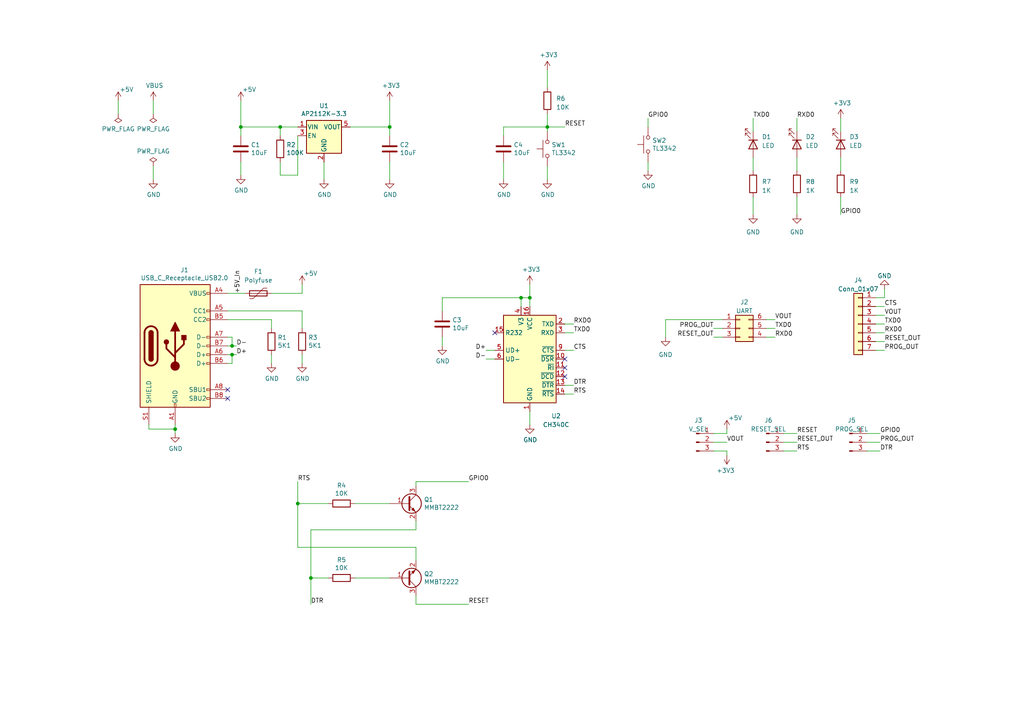
<source format=kicad_sch>
(kicad_sch (version 20230121) (generator eeschema)
  (paper "A4")
  (title_block (title "SmartishUart") (date "2020-11-03") (rev "${version_name}"))
  (lib_symbols
    (symbol "Connector:Conn_01x03_Pin" (pin_names (offset 1.016) hide)
      (property "Reference" "J" (at 0 5.08 0))
      (property "Value" "Conn_01x03_Pin" (at 0 -5.08 0))
      (symbol "Conn_01x03_Pin_1_1"
        (polyline (pts (xy 1.27 -2.54) (xy 0.8636 -2.54)) (stroke (width 0.1524)))
        (polyline (pts (xy 1.27 0) (xy 0.8636 0)) (stroke (width 0.1524)))
        (polyline (pts (xy 1.27 2.54) (xy 0.8636 2.54)) (stroke (width 0.1524)))
        (rectangle (start 0.8636 -2.413) (end 0 -2.667) (stroke (width 0.1524)) (fill (type outline)))
        (rectangle (start 0.8636 0.127) (end 0 -0.127) (stroke (width 0.1524)) (fill (type outline)))
        (rectangle (start 0.8636 2.667) (end 0 2.413) (stroke (width 0.1524)) (fill (type outline)))
        (pin passive line (at 5.08 2.54 180) (length 3.81) (name "Pin_1") (number "1"))
        (pin passive line (at 5.08 0 180) (length 3.81) (name "Pin_2") (number "2"))
        (pin passive line (at 5.08 -2.54 180) (length 3.81) (name "Pin_3") (number "3"))
      )
    )
    (symbol "Connector:USB_C_Receptacle_USB2.0" (pin_names (offset 1.016))
      (property "Reference" "J" (at -10.16 19.05 0))
      (property "Value" "USB_C_Receptacle_USB2.0" (at 19.05 19.05 0))
      (symbol "USB_C_Receptacle_USB2.0_0_0"
        (rectangle (start -0.254 -17.78) (end 0.254 -16.764))
        (rectangle (start 10.16 -14.986) (end 9.144 -15.494))
        (rectangle (start 10.16 -12.446) (end 9.144 -12.954))
        (rectangle (start 10.16 -4.826) (end 9.144 -5.334))
        (rectangle (start 10.16 -2.286) (end 9.144 -2.794))
        (rectangle (start 10.16 0.254) (end 9.144 -0.254))
        (rectangle (start 10.16 2.794) (end 9.144 2.286))
        (rectangle (start 10.16 7.874) (end 9.144 7.366))
        (rectangle (start 10.16 10.414) (end 9.144 9.906))
        (rectangle (start 10.16 15.494) (end 9.144 14.986))
      )
      (symbol "USB_C_Receptacle_USB2.0_0_1"
        (rectangle (start -10.16 17.78) (end 10.16 -17.78) (stroke (width 0.254)) (fill (type background)))
        (arc (start -8.89 -3.81) (mid -6.985 -5.7067) (end -5.08 -3.81) (stroke (width 0.508)))
        (arc (start -7.62 -3.81) (mid -6.985 -4.4423) (end -6.35 -3.81) (stroke (width 0.254)))
        (arc (start -7.62 -3.81) (mid -6.985 -4.4423) (end -6.35 -3.81) (stroke (width 0.254)) (fill (type outline)))
        (rectangle (start -7.62 -3.81) (end -6.35 3.81) (stroke (width 0.254)) (fill (type outline)))
        (arc (start -6.35 3.81) (mid -6.985 4.4423) (end -7.62 3.81) (stroke (width 0.254)))
        (arc (start -6.35 3.81) (mid -6.985 4.4423) (end -7.62 3.81) (stroke (width 0.254)) (fill (type outline)))
        (arc (start -5.08 3.81) (mid -6.985 5.7067) (end -8.89 3.81) (stroke (width 0.508)))
        (circle (center -2.54 1.143) (radius 0.635) (stroke (width 0.254)) (fill (type outline)))
        (circle (center 0 -5.842) (radius 1.27) (fill (type outline)))
        (polyline (pts (xy -8.89 -3.81) (xy -8.89 3.81)) (stroke (width 0.508)))
        (polyline (pts (xy -5.08 3.81) (xy -5.08 -3.81)) (stroke (width 0.508)))
        (polyline (pts (xy 0 -5.842) (xy 0 4.318)) (stroke (width 0.508)))
        (polyline (pts (xy 0 -3.302) (xy -2.54 -0.762) (xy -2.54 0.508)) (stroke (width 0.508)))
        (polyline (pts (xy 0 -2.032) (xy 2.54 0.508) (xy 2.54 1.778)) (stroke (width 0.508)))
        (polyline (pts (xy -1.27 4.318) (xy 0 6.858) (xy 1.27 4.318) (xy -1.27 4.318)) (stroke (width 0.254)) (fill (type outline)))
        (rectangle (start 1.905 1.778) (end 3.175 3.048) (stroke (width 0.254)) (fill (type outline)))
      )
      (symbol "USB_C_Receptacle_USB2.0_1_1"
        (pin passive line (at 0 -22.86 90) (length 5.08) (name "GND") (number "A1"))
        (pin passive line (at 0 -22.86 90) (length 5.08) hide (name "GND") (number "A12"))
        (pin passive line (at 15.24 15.24 180) (length 5.08) (name "VBUS") (number "A4"))
        (pin bidirectional line (at 15.24 10.16 180) (length 5.08) (name "CC1") (number "A5"))
        (pin bidirectional line (at 15.24 -2.54 180) (length 5.08) (name "D+") (number "A6"))
        (pin bidirectional line (at 15.24 2.54 180) (length 5.08) (name "D-") (number "A7"))
        (pin bidirectional line (at 15.24 -12.7 180) (length 5.08) (name "SBU1") (number "A8"))
        (pin passive line (at 15.24 15.24 180) (length 5.08) hide (name "VBUS") (number "A9"))
        (pin passive line (at 0 -22.86 90) (length 5.08) hide (name "GND") (number "B1"))
        (pin passive line (at 0 -22.86 90) (length 5.08) hide (name "GND") (number "B12"))
        (pin passive line (at 15.24 15.24 180) (length 5.08) hide (name "VBUS") (number "B4"))
        (pin bidirectional line (at 15.24 7.62 180) (length 5.08) (name "CC2") (number "B5"))
        (pin bidirectional line (at 15.24 -5.08 180) (length 5.08) (name "D+") (number "B6"))
        (pin bidirectional line (at 15.24 0 180) (length 5.08) (name "D-") (number "B7"))
        (pin bidirectional line (at 15.24 -15.24 180) (length 5.08) (name "SBU2") (number "B8"))
        (pin passive line (at 15.24 15.24 180) (length 5.08) hide (name "VBUS") (number "B9"))
        (pin passive line (at -7.62 -22.86 90) (length 5.08) (name "SHIELD") (number "S1"))
      )
    )
    (symbol "Connector_Generic:Conn_01x07" (pin_names (offset 1.016) hide)
      (property "Reference" "J" (at 0 10.16 0))
      (property "Value" "Conn_01x07" (at 0 -10.16 0))
      (symbol "Conn_01x07_1_1"
        (rectangle (start -1.27 -7.493) (end 0 -7.747) (stroke (width 0.1524)))
        (rectangle (start -1.27 -4.953) (end 0 -5.207) (stroke (width 0.1524)))
        (rectangle (start -1.27 -2.413) (end 0 -2.667) (stroke (width 0.1524)))
        (rectangle (start -1.27 0.127) (end 0 -0.127) (stroke (width 0.1524)))
        (rectangle (start -1.27 2.667) (end 0 2.413) (stroke (width 0.1524)))
        (rectangle (start -1.27 5.207) (end 0 4.953) (stroke (width 0.1524)))
        (rectangle (start -1.27 7.747) (end 0 7.493) (stroke (width 0.1524)))
        (rectangle (start -1.27 8.89) (end 1.27 -8.89) (stroke (width 0.254)) (fill (type background)))
        (pin passive line (at -5.08 7.62 0) (length 3.81) (name "Pin_1") (number "1"))
        (pin passive line (at -5.08 5.08 0) (length 3.81) (name "Pin_2") (number "2"))
        (pin passive line (at -5.08 2.54 0) (length 3.81) (name "Pin_3") (number "3"))
        (pin passive line (at -5.08 0 0) (length 3.81) (name "Pin_4") (number "4"))
        (pin passive line (at -5.08 -2.54 0) (length 3.81) (name "Pin_5") (number "5"))
        (pin passive line (at -5.08 -5.08 0) (length 3.81) (name "Pin_6") (number "6"))
        (pin passive line (at -5.08 -7.62 0) (length 3.81) (name "Pin_7") (number "7"))
      )
    )
    (symbol "Connector_Generic:Conn_02x03_Counter_Clockwise" (pin_names (offset 1.016) hide)
      (property "Reference" "J" (at 1.27 5.08 0))
      (property "Value" "Conn_02x03_Counter_Clockwise" (at 1.27 -5.08 0))
      (symbol "Conn_02x03_Counter_Clockwise_1_1"
        (rectangle (start -1.27 -2.413) (end 0 -2.667) (stroke (width 0.1524)))
        (rectangle (start -1.27 0.127) (end 0 -0.127) (stroke (width 0.1524)))
        (rectangle (start -1.27 2.667) (end 0 2.413) (stroke (width 0.1524)))
        (rectangle (start -1.27 3.81) (end 3.81 -3.81) (stroke (width 0.254)) (fill (type background)))
        (rectangle (start 3.81 -2.413) (end 2.54 -2.667) (stroke (width 0.1524)))
        (rectangle (start 3.81 0.127) (end 2.54 -0.127) (stroke (width 0.1524)))
        (rectangle (start 3.81 2.667) (end 2.54 2.413) (stroke (width 0.1524)))
        (pin passive line (at -5.08 2.54 0) (length 3.81) (name "Pin_1") (number "1"))
        (pin passive line (at -5.08 0 0) (length 3.81) (name "Pin_2") (number "2"))
        (pin passive line (at -5.08 -2.54 0) (length 3.81) (name "Pin_3") (number "3"))
        (pin passive line (at 7.62 -2.54 180) (length 3.81) (name "Pin_4") (number "4"))
        (pin passive line (at 7.62 0 180) (length 3.81) (name "Pin_5") (number "5"))
        (pin passive line (at 7.62 2.54 180) (length 3.81) (name "Pin_6") (number "6"))
      )
    )
    (symbol "Device:C" (pin_numbers hide) (pin_names (offset 0.254))
      (property "Reference" "C" (at 0.635 2.54 0))
      (property "Value" "C" (at 0.635 -2.54 0))
      (symbol "C_0_1"
        (polyline (pts (xy -2.032 -0.762) (xy 2.032 -0.762)) (stroke (width 0.508)))
        (polyline (pts (xy -2.032 0.762) (xy 2.032 0.762)) (stroke (width 0.508)))
      )
      (symbol "C_1_1"
        (pin passive line (at 0 3.81 270) (length 2.794) (name "~") (number "1"))
        (pin passive line (at 0 -3.81 90) (length 2.794) (name "~") (number "2"))
      )
    )
    (symbol "Device:LED" (pin_numbers hide) (pin_names (offset 1.016) hide)
      (property "Reference" "D" (at 0 2.54 0))
      (property "Value" "LED" (at 0 -2.54 0))
      (symbol "LED_0_1"
        (polyline (pts (xy -1.27 -1.27) (xy -1.27 1.27)) (stroke (width 0.254)))
        (polyline (pts (xy -1.27 0) (xy 1.27 0)))
        (polyline (pts (xy 1.27 -1.27) (xy 1.27 1.27) (xy -1.27 0) (xy 1.27 -1.27)) (stroke (width 0.254)))
        (polyline (pts (xy -3.048 -0.762) (xy -4.572 -2.286) (xy -3.81 -2.286) (xy -4.572 -2.286) (xy -4.572 -1.524)))
        (polyline (pts (xy -1.778 -0.762) (xy -3.302 -2.286) (xy -2.54 -2.286) (xy -3.302 -2.286) (xy -3.302 -1.524)))
      )
      (symbol "LED_1_1"
        (pin passive line (at -3.81 0 0) (length 2.54) (name "K") (number "1"))
        (pin passive line (at 3.81 0 180) (length 2.54) (name "A") (number "2"))
      )
    )
    (symbol "Device:Polyfuse" (pin_numbers hide) (pin_names (offset 0))
      (property "Reference" "F" (at -2.54 0 90))
      (property "Value" "Polyfuse" (at 2.54 0 90))
      (symbol "Polyfuse_0_1"
        (rectangle (start -0.762 2.54) (end 0.762 -2.54) (stroke (width 0.254)))
        (polyline (pts (xy 0 2.54) (xy 0 -2.54)))
        (polyline (pts (xy -1.524 2.54) (xy -1.524 1.524) (xy 1.524 -1.524) (xy 1.524 -2.54)))
      )
      (symbol "Polyfuse_1_1"
        (pin passive line (at 0 3.81 270) (length 1.27) (name "~") (number "1"))
        (pin passive line (at 0 -3.81 90) (length 1.27) (name "~") (number "2"))
      )
    )
    (symbol "Device:R" (pin_numbers hide) (pin_names (offset 0))
      (property "Reference" "R" (at 2.032 0 90))
      (property "Value" "R" (at 0 0 90))
      (symbol "R_0_1"
        (rectangle (start -1.016 -2.54) (end 1.016 2.54) (stroke (width 0.254)))
      )
      (symbol "R_1_1"
        (pin passive line (at 0 3.81 270) (length 1.27) (name "~") (number "1"))
        (pin passive line (at 0 -3.81 90) (length 1.27) (name "~") (number "2"))
      )
    )
    (symbol "Interface_USB:CH340C"
      (property "Reference" "U" (at -5.08 13.97 0))
      (property "Value" "CH340C" (at 1.27 13.97 0))
      (symbol "CH340C_0_1"
        (rectangle (start -7.62 12.7) (end 7.62 -12.7) (stroke (width 0.254)) (fill (type background)))
      )
      (symbol "CH340C_1_1"
        (pin power_in line (at 0 -15.24 90) (length 2.54) (name "GND") (number "1"))
        (pin input line (at 10.16 0 180) (length 2.54) (name "~{DSR}") (number "10"))
        (pin input line (at 10.16 -2.54 180) (length 2.54) (name "~{RI}") (number "11"))
        (pin input line (at 10.16 -5.08 180) (length 2.54) (name "~{DCD}") (number "12"))
        (pin output line (at 10.16 -7.62 180) (length 2.54) (name "~{DTR}") (number "13"))
        (pin output line (at 10.16 -10.16 180) (length 2.54) (name "~{RTS}") (number "14"))
        (pin input line (at -10.16 7.62 0) (length 2.54) (name "R232") (number "15"))
        (pin power_in line (at 0 15.24 270) (length 2.54) (name "VCC") (number "16"))
        (pin output line (at 10.16 10.16 180) (length 2.54) (name "TXD") (number "2"))
        (pin input line (at 10.16 7.62 180) (length 2.54) (name "RXD") (number "3"))
        (pin passive line (at -2.54 15.24 270) (length 2.54) (name "V3") (number "4"))
        (pin bidirectional line (at -10.16 2.54 0) (length 2.54) (name "UD+") (number "5"))
        (pin bidirectional line (at -10.16 0 0) (length 2.54) (name "UD-") (number "6"))
        (pin no_connect line (at -7.62 -7.62 0) (length 2.54) hide (name "NC") (number "7"))
        (pin no_connect line (at -7.62 -10.16 0) (length 2.54) hide (name "NC") (number "8"))
        (pin input line (at 10.16 2.54 180) (length 2.54) (name "~{CTS}") (number "9"))
      )
    )
    (symbol "Regulator_Linear:AP2112K-3.3" (pin_names (offset 0.254))
      (property "Reference" "U" (at -5.08 5.715 0))
      (property "Value" "AP2112K-3.3" (at 0 5.715 0))
      (symbol "AP2112K-3.3_0_1"
        (rectangle (start -5.08 4.445) (end 5.08 -5.08) (stroke (width 0.254)) (fill (type background)))
      )
      (symbol "AP2112K-3.3_1_1"
        (pin power_in line (at -7.62 2.54 0) (length 2.54) (name "VIN") (number "1"))
        (pin power_in line (at 0 -7.62 90) (length 2.54) (name "GND") (number "2"))
        (pin input line (at -7.62 0 0) (length 2.54) (name "EN") (number "3"))
        (pin no_connect line (at 5.08 0 180) (length 2.54) hide (name "NC") (number "4"))
        (pin power_out line (at 7.62 2.54 180) (length 2.54) (name "VOUT") (number "5"))
      )
    )
    (symbol "Switch:SW_Push" (pin_numbers hide) (pin_names (offset 1.016) hide)
      (property "Reference" "SW" (at 1.27 2.54 0))
      (property "Value" "SW_Push" (at 0 -1.524 0))
      (symbol "SW_Push_0_1"
        (circle (center -2.032 0) (radius 0.508))
        (polyline (pts (xy 0 1.27) (xy 0 3.048)))
        (polyline (pts (xy 2.54 1.27) (xy -2.54 1.27)))
        (circle (center 2.032 0) (radius 0.508))
        (pin passive line (at -5.08 0 0) (length 2.54) (name "1") (number "1"))
        (pin passive line (at 5.08 0 180) (length 2.54) (name "2") (number "2"))
      )
    )
    (symbol "Transistor_BJT:MMBT3904" (pin_names (offset 0) hide)
      (property "Reference" "Q" (at 5.08 1.905 0))
      (property "Value" "MMBT3904" (at 5.08 0 0))
      (symbol "MMBT3904_0_1"
        (polyline (pts (xy 0.635 0.635) (xy 2.54 2.54)))
        (polyline (pts (xy 0.635 -0.635) (xy 2.54 -2.54) (xy 2.54 -2.54)))
        (polyline (pts (xy 0.635 1.905) (xy 0.635 -1.905) (xy 0.635 -1.905)) (stroke (width 0.508)))
        (polyline (pts (xy 1.27 -1.778) (xy 1.778 -1.27) (xy 2.286 -2.286) (xy 1.27 -1.778) (xy 1.27 -1.778)) (fill (type outline)))
        (circle (center 1.27 0) (radius 2.8194) (stroke (width 0.254)))
      )
      (symbol "MMBT3904_1_1"
        (pin input line (at -5.08 0 0) (length 5.715) (name "B") (number "1"))
        (pin passive line (at 2.54 -5.08 90) (length 2.54) (name "E") (number "2"))
        (pin passive line (at 2.54 5.08 270) (length 2.54) (name "C") (number "3"))
      )
    )
    (symbol "power:+3V3" (power) (pin_names (offset 0))
      (property "Value" "+3V3" (at 0 3.556 0))
      (symbol "+3V3_0_1"
        (polyline (pts (xy -0.762 1.27) (xy 0 2.54)))
        (polyline (pts (xy 0 0) (xy 0 2.54)))
        (polyline (pts (xy 0 2.54) (xy 0.762 1.27)))
      )
      (symbol "+3V3_1_1"
        (pin power_in line (at 0 0 90) (length 0) hide (name "+3V3") (number "1"))
      )
    )
    (symbol "power:+5V" (power) (pin_names (offset 0))
      (property "Value" "+5V" (at 0 3.556 0))
      (symbol "+5V_0_1"
        (polyline (pts (xy -0.762 1.27) (xy 0 2.54)))
        (polyline (pts (xy 0 0) (xy 0 2.54)))
        (polyline (pts (xy 0 2.54) (xy 0.762 1.27)))
      )
      (symbol "+5V_1_1"
        (pin power_in line (at 0 0 90) (length 0) hide (name "+5V") (number "1"))
      )
    )
    (symbol "power:GND" (power) (pin_names (offset 0))
      (property "Value" "GND" (at 0 -3.81 0))
      (symbol "GND_0_1"
        (polyline (pts (xy 0 0) (xy 0 -1.27) (xy 1.27 -1.27) (xy 0 -2.54) (xy -1.27 -1.27) (xy 0 -1.27)))
      )
      (symbol "GND_1_1"
        (pin power_in line (at 0 0 270) (length 0) hide (name "GND") (number "1"))
      )
    )
    (symbol "power:PWR_FLAG" (power) (pin_numbers hide) (pin_names (offset 0) hide)
      (property "Value" "PWR_FLAG" (at 0 3.81 0))
      (symbol "PWR_FLAG_0_0"
        (pin power_out line (at 0 0 90) (length 0) (name "pwr") (number "1"))
      )
      (symbol "PWR_FLAG_0_1"
        (polyline (pts (xy 0 0) (xy 0 1.27) (xy -1.016 1.905) (xy 0 2.54) (xy 1.016 1.905) (xy 0 1.27)))
      )
    )
    (symbol "power:VBUS" (power) (pin_names (offset 0))
      (property "Value" "VBUS" (at 0 3.81 0))
      (symbol "VBUS_0_1"
        (polyline (pts (xy -0.762 1.27) (xy 0 2.54)))
        (polyline (pts (xy 0 0) (xy 0 2.54)))
        (polyline (pts (xy 0 2.54) (xy 0.762 1.27)))
      )
      (symbol "VBUS_1_1"
        (pin power_in line (at 0 0 90) (length 0) hide (name "VBUS") (number "1"))
      )
    )
  )
  (junction (at 67.31 100.33))
  (junction (at 158.75 36.83))
  (junction (at 153.67 86.36))
  (junction (at 113.03 36.83))
  (junction (at 86.36 146.05))
  (junction (at 81.28 36.83))
  (junction (at 50.8 124.46))
  (junction (at 90.17 167.64))
  (junction (at 67.31 102.87))
  (junction (at 151.13 86.36))
  (junction (at 69.85 36.83))
  (no_connect (at 66.04 115.57))
  (no_connect (at 66.04 113.03))
  (no_connect (at 163.83 104.14))
  (no_connect (at 143.51 96.52))
  (no_connect (at 163.83 106.68))
  (no_connect (at 163.83 109.22))
  (wire (pts (xy 207.01 95.25) (xy 209.55 95.25)))
  (wire (pts (xy 66.04 105.41) (xy 67.31 105.41)))
  (wire (pts (xy 66.04 92.71) (xy 78.74 92.71)))
  (wire (pts (xy 66.04 97.79) (xy 67.31 97.79)))
  (wire (pts (xy 67.31 100.33) (xy 66.04 100.33)))
  (wire (pts (xy 128.27 86.36) (xy 151.13 86.36)))
  (wire (pts (xy 69.85 39.37) (xy 69.85 36.83)))
  (wire (pts (xy 81.28 36.83) (xy 69.85 36.83)))
  (wire (pts (xy 256.54 86.36) (xy 256.54 83.82)))
  (wire (pts (xy 231.14 34.29) (xy 231.14 38.1)))
  (wire (pts (xy 87.63 102.87) (xy 87.63 105.41)))
  (wire (pts (xy 90.17 167.64) (xy 90.17 153.67)))
  (wire (pts (xy 50.8 123.19) (xy 50.8 124.46)))
  (wire (pts (xy 207.01 97.79) (xy 209.55 97.79)))
  (wire (pts (xy 113.03 146.05) (xy 102.87 146.05)))
  (wire (pts (xy 256.54 101.6) (xy 254 101.6)))
  (wire (pts (xy 78.74 92.71) (xy 78.74 95.25)))
  (wire (pts (xy 251.46 128.27) (xy 255.27 128.27)))
  (wire (pts (xy 140.97 104.14) (xy 143.51 104.14)))
  (wire (pts (xy 207.01 125.73) (xy 210.82 125.73)))
  (wire (pts (xy 166.37 96.52) (xy 163.83 96.52)))
  (wire (pts (xy 166.37 114.3) (xy 163.83 114.3)))
  (wire (pts (xy 69.85 36.83) (xy 69.85 29.21)))
  (wire (pts (xy 90.17 175.26) (xy 90.17 167.64)))
  (wire (pts (xy 101.6 36.83) (xy 113.03 36.83)))
  (wire (pts (xy 87.63 95.25) (xy 87.63 90.17)))
  (wire (pts (xy 120.65 172.72) (xy 120.65 175.26)))
  (wire (pts (xy 193.04 97.79) (xy 193.04 92.71)))
  (wire (pts (xy 227.33 125.73) (xy 231.14 125.73)))
  (wire (pts (xy 243.84 34.29) (xy 243.84 38.1)))
  (wire (pts (xy 120.65 175.26) (xy 135.89 175.26)))
  (wire (pts (xy 86.36 50.8) (xy 81.28 50.8)))
  (wire (pts (xy 102.87 167.64) (xy 113.03 167.64)))
  (wire (pts (xy 227.33 130.81) (xy 231.14 130.81)))
  (wire (pts (xy 78.74 85.09) (xy 87.63 85.09)))
  (wire (pts (xy 210.82 130.81) (xy 210.82 132.08)))
  (wire (pts (xy 66.04 85.09) (xy 71.12 85.09)))
  (wire (pts (xy 86.36 39.37) (xy 86.36 50.8)))
  (wire (pts (xy 86.36 146.05) (xy 86.36 158.75)))
  (wire (pts (xy 146.05 46.99) (xy 146.05 52.07)))
  (wire (pts (xy 44.45 48.26) (xy 44.45 52.07)))
  (wire (pts (xy 44.45 33.02) (xy 44.45 29.21)))
  (wire (pts (xy 113.03 29.21) (xy 113.03 36.83)))
  (wire (pts (xy 158.75 36.83) (xy 158.75 38.1)))
  (wire (pts (xy 69.85 50.8) (xy 69.85 46.99)))
  (wire (pts (xy 128.27 86.36) (xy 128.27 90.17)))
  (wire (pts (xy 256.54 86.36) (xy 254 86.36)))
  (wire (pts (xy 163.83 101.6) (xy 166.37 101.6)))
  (wire (pts (xy 43.18 123.19) (xy 43.18 124.46)))
  (wire (pts (xy 67.31 105.41) (xy 67.31 102.87)))
  (wire (pts (xy 34.29 29.21) (xy 34.29 33.02)))
  (wire (pts (xy 210.82 125.73) (xy 210.82 124.46)))
  (wire (pts (xy 86.36 139.7) (xy 86.36 146.05)))
  (wire (pts (xy 68.58 100.33) (xy 67.31 100.33)))
  (wire (pts (xy 158.75 20.32) (xy 158.75 25.4)))
  (wire (pts (xy 187.96 34.29) (xy 187.96 36.83)))
  (wire (pts (xy 120.65 140.97) (xy 120.65 139.7)))
  (wire (pts (xy 86.36 158.75) (xy 120.65 158.75)))
  (wire (pts (xy 158.75 36.83) (xy 163.83 36.83)))
  (wire (pts (xy 218.44 45.72) (xy 218.44 49.53)))
  (wire (pts (xy 222.25 97.79) (xy 224.79 97.79)))
  (wire (pts (xy 128.27 97.79) (xy 128.27 100.33)))
  (wire (pts (xy 90.17 167.64) (xy 95.25 167.64)))
  (wire (pts (xy 113.03 36.83) (xy 113.03 39.37)))
  (wire (pts (xy 143.51 101.6) (xy 140.97 101.6)))
  (wire (pts (xy 254 91.44) (xy 256.54 91.44)))
  (wire (pts (xy 207.01 128.27) (xy 210.82 128.27)))
  (wire (pts (xy 81.28 50.8) (xy 81.28 46.99)))
  (wire (pts (xy 251.46 125.73) (xy 255.27 125.73)))
  (wire (pts (xy 222.25 95.25) (xy 224.79 95.25)))
  (wire (pts (xy 158.75 48.26) (xy 158.75 52.07)))
  (wire (pts (xy 86.36 36.83) (xy 81.28 36.83)))
  (wire (pts (xy 193.04 92.71) (xy 209.55 92.71)))
  (wire (pts (xy 222.25 92.71) (xy 224.79 92.71)))
  (wire (pts (xy 151.13 88.9) (xy 151.13 86.36)))
  (wire (pts (xy 254 96.52) (xy 256.54 96.52)))
  (wire (pts (xy 86.36 146.05) (xy 95.25 146.05)))
  (wire (pts (xy 153.67 82.55) (xy 153.67 86.36)))
  (wire (pts (xy 153.67 86.36) (xy 153.67 88.9)))
  (wire (pts (xy 146.05 36.83) (xy 146.05 39.37)))
  (wire (pts (xy 87.63 85.09) (xy 87.63 82.55)))
  (wire (pts (xy 87.63 90.17) (xy 66.04 90.17)))
  (wire (pts (xy 120.65 139.7) (xy 135.89 139.7)))
  (wire (pts (xy 50.8 124.46) (xy 50.8 125.73)))
  (wire (pts (xy 256.54 99.06) (xy 254 99.06)))
  (wire (pts (xy 163.83 93.98) (xy 166.37 93.98)))
  (wire (pts (xy 227.33 128.27) (xy 231.14 128.27)))
  (wire (pts (xy 158.75 33.02) (xy 158.75 36.83)))
  (wire (pts (xy 163.83 111.76) (xy 166.37 111.76)))
  (wire (pts (xy 231.14 57.15) (xy 231.14 62.23)))
  (wire (pts (xy 153.67 119.38) (xy 153.67 123.19)))
  (wire (pts (xy 187.96 49.53) (xy 187.96 46.99)))
  (wire (pts (xy 254 93.98) (xy 256.54 93.98)))
  (wire (pts (xy 231.14 45.72) (xy 231.14 49.53)))
  (wire (pts (xy 120.65 158.75) (xy 120.65 162.56)))
  (wire (pts (xy 78.74 102.87) (xy 78.74 105.41)))
  (wire (pts (xy 67.31 97.79) (xy 67.31 100.33)))
  (wire (pts (xy 43.18 124.46) (xy 50.8 124.46)))
  (wire (pts (xy 243.84 57.15) (xy 243.84 62.23)))
  (wire (pts (xy 251.46 130.81) (xy 255.27 130.81)))
  (wire (pts (xy 113.03 46.99) (xy 113.03 52.07)))
  (wire (pts (xy 66.04 102.87) (xy 67.31 102.87)))
  (wire (pts (xy 218.44 57.15) (xy 218.44 62.23)))
  (wire (pts (xy 218.44 34.29) (xy 218.44 38.1)))
  (wire (pts (xy 158.75 36.83) (xy 146.05 36.83)))
  (wire (pts (xy 93.98 46.99) (xy 93.98 52.07)))
  (wire (pts (xy 90.17 153.67) (xy 120.65 153.67)))
  (wire (pts (xy 67.31 102.87) (xy 68.58 102.87)))
  (wire (pts (xy 120.65 153.67) (xy 120.65 151.13)))
  (wire (pts (xy 256.54 88.9) (xy 254 88.9)))
  (wire (pts (xy 207.01 130.81) (xy 210.82 130.81)))
  (wire (pts (xy 243.84 45.72) (xy 243.84 49.53)))
  (wire (pts (xy 81.28 39.37) (xy 81.28 36.83)))
  (wire (pts (xy 151.13 86.36) (xy 153.67 86.36)))
  (label "TXD0" (at 256.54 93.98 0))
  (label "VOUT" (at 256.54 91.44 0))
  (label "GPIO0" (at 187.96 34.29 0))
  (label "TXD0" (at 224.79 95.25 0))
  (label "PROG_OUT" (at 207.01 95.25 180))
  (label "RESET" (at 163.83 36.83 0))
  (label "TXD0" (at 166.37 96.52 0))
  (label "GPIO0" (at 243.84 62.23 0))
  (label "GPIO0" (at 135.89 139.7 0))
  (label "D+" (at 140.97 101.6 180))
  (label "RTS" (at 166.37 114.3 0))
  (label "D-" (at 68.58 100.33 0))
  (label "TXD0" (at 218.44 34.29 0))
  (label "RTS" (at 86.36 139.7 0))
  (label "RXD0" (at 224.79 97.79 0))
  (label "DTR" (at 90.17 175.26 0))
  (label "PROG_OUT" (at 255.27 128.27 0))
  (label "RESET_OUT" (at 207.01 97.79 180))
  (label "D-" (at 140.97 104.14 180))
  (label "RESET" (at 135.89 175.26 0))
  (label "RXD0" (at 166.37 93.98 0))
  (label "GPIO0" (at 255.27 125.73 0))
  (label "RESET_OUT" (at 231.14 128.27 0))
  (label "DTR" (at 255.27 130.81 0))
  (label "+5V_In" (at 69.85 85.09 90))
  (label "RXD0" (at 231.14 34.29 0))
  (label "RTS" (at 231.14 130.81 0))
  (label "RESET" (at 231.14 125.73 0))
  (label "D+" (at 68.58 102.87 0))
  (label "DTR" (at 166.37 111.76 0))
  (label "CTS" (at 166.37 101.6 0))
  (label "RESET_OUT" (at 256.54 99.06 0))
  (label "VOUT" (at 224.79 92.71 0))
  (label "PROG_OUT" (at 256.54 101.6 0))
  (label "VOUT" (at 210.82 128.27 0))
  (label "RXD0" (at 256.54 96.52 0))
  (label "CTS" (at 256.54 88.9 0))
  (symbol (lib_id "power:GND") (at 146.05 52.07 0) (unit 1)
    (property "Reference" "#PWR014" (effects hide))
    (property "Value" "GND" (at 146.177 56.4642 0))
  )
  (symbol (lib_id "Device:C") (at 146.05 43.18 0) (unit 1)
    (property "Reference" "C4" (at 148.971 42.0116 0) (effects (justify left)))
    (property "Value" "10uF" (at 148.971 44.323 0) (effects (justify left)))
    (property "Footprint" "Capacitor_SMD:C_0805_2012Metric" (effects hide))
    (property "LCSC" "C15850" (effects hide))
  )
  (symbol (lib_id "Regulator_Linear:AP2112K-3.3") (at 93.98 39.37 0) (unit 1)
    (property "Reference" "U1" (at 93.98 30.6832 0))
    (property "Value" "AP2112K-3.3" (at 93.98 32.9946 0))
    (property "Footprint" "Package_TO_SOT_SMD:SOT-23-5" (effects hide))
    (property "Datasheet" "https://www.diodes.com/assets/Datasheets/AP2112.pdf" (effects hide))
    (property "LCSC" "C51118" (effects hide))
    (property "JLCPCB_CORRECTION" "0;0;180" (effects hide))
  )
  (symbol (lib_id "power:GND") (at 93.98 52.07 0) (unit 1)
    (property "Reference" "#PWR010" (effects hide))
    (property "Value" "GND" (at 94.107 56.4642 0))
  )
  (symbol (lib_id "Device:R") (at 81.28 43.18 0) (unit 1)
    (property "Reference" "R2" (at 83.058 42.0116 0) (effects (justify left)))
    (property "Value" "100K" (at 83.058 44.323 0) (effects (justify left)))
    (property "Footprint" "Resistor_SMD:R_0805_2012Metric" (effects hide))
    (property "LCSC" "C149504" (effects hide))
  )
  (symbol (lib_id "power:+3V3") (at 113.03 29.21 0) (unit 1)
    (property "Reference" "#PWR011" (effects hide))
    (property "Value" "+3V3" (at 113.411 24.8158 0))
  )
  (symbol (lib_id "Device:C") (at 113.03 43.18 0) (unit 1)
    (property "Reference" "C2" (at 115.951 42.0116 0) (effects (justify left)))
    (property "Value" "10uF" (at 115.951 44.323 0) (effects (justify left)))
    (property "Footprint" "Capacitor_SMD:C_0805_2012Metric" (effects hide))
    (property "LCSC" "C15850" (effects hide))
  )
  (symbol (lib_id "power:GND") (at 113.03 52.07 0) (unit 1)
    (property "Reference" "#PWR012" (effects hide))
    (property "Value" "GND" (at 113.157 56.4642 0))
  )
  (symbol (lib_id "power:GND") (at 69.85 50.8 0) (unit 1)
    (property "Reference" "#PWR06" (effects hide))
    (property "Value" "GND" (at 69.977 55.1942 0))
  )
  (symbol (lib_id "Device:C") (at 69.85 43.18 0) (unit 1)
    (property "Reference" "C1" (at 72.771 42.0116 0) (effects (justify left)))
    (property "Value" "10uF" (at 72.771 44.323 0) (effects (justify left)))
    (property "Footprint" "Capacitor_SMD:C_0805_2012Metric" (effects hide))
    (property "LCSC" "C15850" (effects hide))
  )
  (symbol (lib_id "Device:R") (at 99.06 146.05 270) (unit 1)
    (property "Reference" "R4" (at 99.06 140.7922 90))
    (property "Value" "10K" (at 99.06 143.1036 90))
    (property "Footprint" "Resistor_SMD:R_0805_2012Metric" (effects hide))
    (property "LCSC" "C17414" (effects hide))
  )
  (symbol (lib_id "Device:R") (at 99.06 167.64 270) (unit 1)
    (property "Reference" "R5" (at 99.06 162.3822 90))
    (property "Value" "10K" (at 99.06 164.6936 90))
    (property "Footprint" "Resistor_SMD:R_0805_2012Metric" (effects hide))
    (property "LCSC" "C17414" (effects hide))
  )
  (symbol (lib_id "power:GND") (at 158.75 52.07 0) (unit 1)
    (property "Reference" "#PWR018" (effects hide))
    (property "Value" "GND" (at 158.877 56.4642 0))
  )
  (symbol (lib_id "power:GND") (at 50.8 125.73 0) (unit 1)
    (property "Reference" "#PWR04" (effects hide))
    (property "Value" "GND" (at 50.927 130.1242 0))
  )
  (symbol (lib_id "Device:C") (at 128.27 93.98 0) (unit 1)
    (property "Reference" "C3" (at 131.191 92.8116 0) (effects (justify left)))
    (property "Value" "10uF" (at 131.191 95.123 0) (effects (justify left)))
    (property "Footprint" "Capacitor_SMD:C_0805_2012Metric" (effects hide))
    (property "LCSC" "C15850" (effects hide))
  )
  (symbol (lib_id "power:GND") (at 128.27 100.33 0) (unit 1)
    (property "Reference" "#PWR013" (effects hide))
    (property "Value" "GND" (at 128.397 104.7242 0))
  )
  (symbol (lib_id "power:GND") (at 153.67 123.19 0) (unit 1)
    (property "Reference" "#PWR016" (effects hide))
    (property "Value" "GND" (at 153.797 127.5842 0))
  )
  (symbol (lib_id "power:PWR_FLAG") (at 44.45 33.02 180) (unit 1)
    (property "Reference" "#FLG02" (effects hide))
    (property "Value" "PWR_FLAG" (at 44.45 37.4142 0))
  )
  (symbol (lib_id "power:+3V3") (at 153.67 82.55 0) (unit 1)
    (property "Reference" "#PWR015" (effects hide))
    (property "Value" "+3V3" (at 154.051 78.1558 0))
  )
  (symbol (lib_id "power:PWR_FLAG") (at 44.45 48.26 0) (unit 1)
    (property "Reference" "#FLG03" (effects hide))
    (property "Value" "PWR_FLAG" (at 44.45 43.8658 0))
  )
  (symbol (lib_id "power:GND") (at 44.45 52.07 0) (unit 1)
    (property "Reference" "#PWR03" (effects hide))
    (property "Value" "GND" (at 44.577 56.4642 0))
  )
  (symbol (lib_id "Switch:SW_Push") (at 158.75 43.18 90) (unit 1)
    (property "Reference" "SW1" (at 159.9692 42.0116 90) (effects (justify right)))
    (property "Value" "TL3342" (at 159.9692 44.323 90) (effects (justify right)))
    (property "Footprint" "Button_Switch_SMD:SW_SPST_TL3342" (effects hide))
    (property "LCSC" "C318884" (effects hide))
  )
  (symbol (lib_id "Interface_USB:CH340C") (at 153.67 104.14 0) (unit 1)
    (property "Reference" "U2" (at 161.29 120.65 0))
    (property "Value" "CH340C" (at 161.29 123.19 0))
    (property "Footprint" "Package_SO:SOIC-16_3.9x9.9mm_P1.27mm" (effects hide))
    (property "Datasheet" "https://datasheet.lcsc.com/szlcsc/Jiangsu-Qin-Heng-CH340C_C84681.pdf" (effects hide))
    (property "LCSC" "C84681" (effects hide))
    (property "JLCPCB_CORRECTION" "0;0;90" (effects hide))
  )
  (symbol (lib_id "Device:R") (at 78.74 99.06 0) (unit 1)
    (property "Reference" "R1" (at 80.518 97.8916 0) (effects (justify left)))
    (property "Value" "5K1" (at 80.518 100.203 0) (effects (justify left)))
    (property "Footprint" "Resistor_SMD:R_0805_2012Metric" (effects hide))
    (property "LCSC" "C27834" (effects hide))
  )
  (symbol (lib_id "power:GND") (at 78.74 105.41 0) (unit 1)
    (property "Reference" "#PWR07" (effects hide))
    (property "Value" "GND" (at 78.867 109.8042 0))
  )
  (symbol (lib_id "Connector:USB_C_Receptacle_USB2.0") (at 50.8 100.33 0) (unit 1)
    (property "Reference" "J1" (at 53.5178 78.3082 0))
    (property "Value" "USB_C_Receptacle_USB2.0" (at 53.5178 80.6196 0))
    (property "Footprint" "Connector_USB:USB_C_Receptacle_HRO_TYPE-C-31-M-12" (effects hide))
    (property "Datasheet" "https://www.usb.org/sites/default/files/documents/usb_type-c.zip" (effects hide))
    (property "LCSC" "C165948" (effects hide))
    (property "JLCPCB_CORRECTION" "-5;0;0" (effects hide))
  )
  (symbol (lib_id "Device:R") (at 87.63 99.06 0) (unit 1)
    (property "Reference" "R3" (at 89.408 97.8916 0) (effects (justify left)))
    (property "Value" "5K1" (at 89.408 100.203 0) (effects (justify left)))
    (property "Footprint" "Resistor_SMD:R_0805_2012Metric" (effects hide))
    (property "LCSC" "C27834" (effects hide))
  )
  (symbol (lib_id "power:GND") (at 87.63 105.41 0) (unit 1)
    (property "Reference" "#PWR09" (effects hide))
    (property "Value" "GND" (at 87.757 109.8042 0))
  )
  (symbol (lib_id "Transistor_BJT:MMBT3904") (at 118.11 146.05 0) (unit 1)
    (property "Reference" "Q1" (at 122.9614 144.8816 0) (effects (justify left)))
    (property "Value" "MMBT2222" (at 122.9614 147.193 0) (effects (justify left)))
    (property "Footprint" "Package_TO_SOT_SMD:SOT-23" (effects hide))
    (property "Datasheet" "https://www.onsemi.com/pub/Collateral/2N3903-D.PDF" (effects hide))
    (property "LCSC" "C2891810" (effects hide))
    (property "JLCPCB_CORRECTION" "0;0;180" (effects hide))
  )
  (symbol (lib_id "Transistor_BJT:MMBT3904") (at 118.11 167.64 0) (mirror x) (unit 1)
    (property "Reference" "Q2" (at 122.9614 166.4716 0) (effects (justify left)))
    (property "Value" "MMBT2222" (at 122.9614 168.783 0) (effects (justify left)))
    (property "Footprint" "Package_TO_SOT_SMD:SOT-23" (effects hide))
    (property "Datasheet" "https://www.onsemi.com/pub/Collateral/2N3903-D.PDF" (effects hide))
    (property "LCSC" "C2891810" (effects hide))
    (property "JLCPCB_CORRECTION" "0;0;180" (effects hide))
  )
  (symbol (lib_id "Connector:Conn_01x03_Pin") (at 222.25 128.27 0) (unit 1)
    (property "Reference" "J6" (at 222.885 121.92 0))
    (property "Value" "RESET_SEL" (at 222.885 124.46 0))
    (property "Footprint" "Connector_PinHeader_2.54mm:PinHeader_1x03_P2.54mm_Vertical" (effects hide))
  )
  (symbol (lib_id "power:+3V3") (at 158.75 20.32 0) (unit 1)
    (property "Reference" "#PWR017" (effects hide))
    (property "Value" "+3V3" (at 159.131 15.9258 0))
  )
  (symbol (lib_id "power:PWR_FLAG") (at 34.29 33.02 180) (unit 1)
    (property "Reference" "#FLG01" (effects hide))
    (property "Value" "PWR_FLAG" (at 34.29 37.4142 0))
  )
  (symbol (lib_id "Connector:Conn_01x03_Pin") (at 246.38 128.27 0) (unit 1)
    (property "Reference" "J5" (at 247.015 121.92 0))
    (property "Value" "PROG_SEL" (at 247.015 124.46 0))
    (property "Footprint" "Connector_PinHeader_2.54mm:PinHeader_1x03_P2.54mm_Vertical" (effects hide))
  )
  (symbol (lib_id "power:+5V") (at 210.82 124.46 0) (unit 1)
    (property "Reference" "#PWR024" (effects hide))
    (property "Value" "+5V" (at 211.201 121.2088 0) (effects (justify left)))
  )
  (symbol (lib_id "Device:R") (at 243.84 53.34 0) (unit 1)
    (property "Reference" "R9" (at 246.38 52.705 0) (effects (justify left)))
    (property "Value" "1K" (at 246.38 55.245 0) (effects (justify left)))
    (property "Footprint" "Resistor_SMD:R_0805_2012Metric" (effects hide))
  )
  (symbol (lib_id "power:VBUS") (at 44.45 29.21 0) (unit 1)
    (property "Reference" "#PWR02" (effects hide))
    (property "Value" "VBUS" (at 44.831 24.8158 0))
  )
  (symbol (lib_id "Connector:Conn_01x03_Pin") (at 201.93 128.27 0) (unit 1)
    (property "Reference" "J3" (at 202.565 121.92 0))
    (property "Value" "V_SEL" (at 202.565 124.46 0))
    (property "Footprint" "Connector_PinHeader_2.54mm:PinHeader_1x03_P2.54mm_Vertical" (effects hide))
  )
  (symbol (lib_id "power:GND") (at 231.14 62.23 0) (unit 1)
    (property "Reference" "#PWR022" (effects hide))
    (property "Value" "GND" (at 231.14 67.31 0))
  )
  (symbol (lib_id "Switch:SW_Push") (at 187.96 41.91 90) (unit 1)
    (property "Reference" "SW2" (at 189.1792 40.7416 90) (effects (justify right)))
    (property "Value" "TL3342" (at 189.1792 43.053 90) (effects (justify right)))
    (property "Footprint" "Button_Switch_SMD:SW_SPST_TL3342" (effects hide))
    (property "LCSC" "C318884" (effects hide))
  )
  (symbol (lib_id "Device:R") (at 231.14 53.34 0) (unit 1)
    (property "Reference" "R8" (at 233.68 52.705 0) (effects (justify left)))
    (property "Value" "1K" (at 233.68 55.245 0) (effects (justify left)))
    (property "Footprint" "Resistor_SMD:R_0805_2012Metric" (effects hide))
  )
  (symbol (lib_id "Device:LED") (at 231.14 41.91 270) (unit 1)
    (property "Reference" "D2" (at 233.68 39.6875 90) (effects (justify left)))
    (property "Value" "LED" (at 233.68 42.2275 90) (effects (justify left)))
    (property "Footprint" "LED_SMD:LED_0805_2012Metric" (effects hide))
  )
  (symbol (lib_id "power:GND") (at 256.54 83.82 0) (mirror x) (unit 1)
    (property "Reference" "#PWR026" (effects hide))
    (property "Value" "GND" (at 256.54 80.01 0))
  )
  (symbol (lib_id "Device:Polyfuse") (at 74.93 85.09 90) (unit 1)
    (property "Reference" "F1" (at 74.93 78.74 90))
    (property "Value" "Polyfuse" (at 74.93 81.28 90))
    (property "Footprint" "Fuse:Fuse_1206_3216Metric" (effects hide))
    (property "LCSC" "C207041" (effects hide))
  )
  (symbol (lib_id "Connector_Generic:Conn_02x03_Counter_Clockwise") (at 214.63 95.25 0) (unit 1)
    (property "Reference" "J2" (at 215.9 87.63 0))
    (property "Value" "UART" (at 215.9 90.17 0))
    (property "Footprint" "SmartishUart:Prog_1" (effects hide))
  )
  (symbol (lib_id "power:+5V") (at 69.85 29.21 0) (unit 1)
    (property "Reference" "#PWR05" (effects hide))
    (property "Value" "+5V" (at 70.231 25.9588 0) (effects (justify left)))
  )
  (symbol (lib_id "power:+3V3") (at 243.84 34.29 0) (unit 1)
    (property "Reference" "#PWR023" (effects hide))
    (property "Value" "+3V3" (at 244.221 29.8958 0))
  )
  (symbol (lib_id "power:+5V") (at 34.29 29.21 0) (unit 1)
    (property "Reference" "#PWR01" (effects hide))
    (property "Value" "+5V" (at 34.671 25.9588 0) (effects (justify left)))
  )
  (symbol (lib_id "Device:LED") (at 243.84 41.91 270) (unit 1)
    (property "Reference" "D3" (at 246.38 39.6875 90) (effects (justify left)))
    (property "Value" "LED" (at 246.38 42.2275 90) (effects (justify left)))
    (property "Footprint" "LED_SMD:LED_0805_2012Metric" (effects hide))
  )
  (symbol (lib_id "power:GND") (at 218.44 62.23 0) (unit 1)
    (property "Reference" "#PWR020" (effects hide))
    (property "Value" "GND" (at 218.44 67.31 0))
  )
  (symbol (lib_id "power:GND") (at 193.04 97.79 0) (unit 1)
    (property "Reference" "#PWR021" (effects hide))
    (property "Value" "GND" (at 193.04 102.87 0))
  )
  (symbol (lib_id "power:+3V3") (at 210.82 132.08 180) (unit 1)
    (property "Reference" "#PWR025" (effects hide))
    (property "Value" "+3V3" (at 210.439 136.4742 0))
  )
  (symbol (lib_id "Device:LED") (at 218.44 41.91 270) (unit 1)
    (property "Reference" "D1" (at 220.98 39.6875 90) (effects (justify left)))
    (property "Value" "LED" (at 220.98 42.2275 90) (effects (justify left)))
    (property "Footprint" "LED_SMD:LED_0805_2012Metric" (effects hide))
  )
  (symbol (lib_id "Connector_Generic:Conn_01x07") (at 248.92 93.98 0) (mirror y) (unit 1)
    (property "Reference" "J4" (at 248.92 81.28 0))
    (property "Value" "Conn_01x07" (at 248.92 83.82 0))
    (property "Footprint" "Connector_PinHeader_2.54mm:PinHeader_1x07_P2.54mm_Vertical" (effects hide))
  )
  (symbol (lib_id "Device:R") (at 158.75 29.21 0) (unit 1)
    (property "Reference" "R6" (at 161.29 28.575 0) (effects (justify left)))
    (property "Value" "10K" (at 161.29 31.115 0) (effects (justify left)))
    (property "Footprint" "Resistor_SMD:R_0805_2012Metric" (effects hide))
  )
  (symbol (lib_id "power:GND") (at 187.96 49.53 0) (unit 1)
    (property "Reference" "#PWR019" (effects hide))
    (property "Value" "GND" (at 188.087 53.9242 0))
  )
  (symbol (lib_id "power:+5V") (at 87.63 82.55 0) (unit 1)
    (property "Reference" "#PWR08" (effects hide))
    (property "Value" "+5V" (at 88.011 79.2988 0) (effects (justify left)))
  )
  (symbol (lib_id "Device:R") (at 218.44 53.34 0) (unit 1)
    (property "Reference" "R7" (at 220.98 52.705 0) (effects (justify left)))
    (property "Value" "1K" (at 220.98 55.245 0) (effects (justify left)))
    (property "Footprint" "Resistor_SMD:R_0805_2012Metric" (effects hide))
  )
)
</source>
